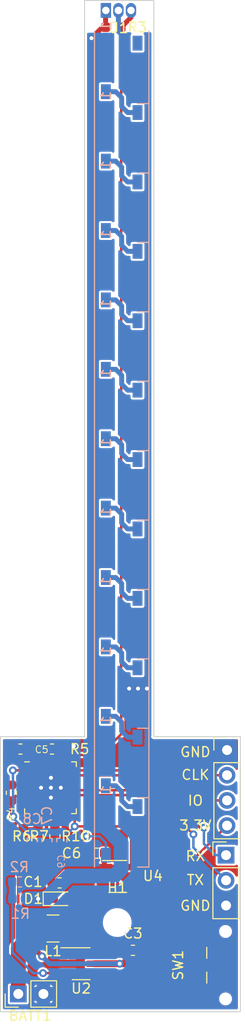
<source format=kicad_pcb>
(kicad_pcb (version 20171130) (host pcbnew "(5.1.5)-3")
  (layers (0 F.Cu signal) (1 In1.Cu signal) (2 In2.Cu signal) (31 B.Cu signal) (34 B.Paste user) (35 F.Paste user) (36 B.SilkS user) (37 F.SilkS user) (38 B.Mask user) (39 F.Mask user) (44 Edge.Cuts user))
  (net 0 "")
  (net 1 GND)
  (net 2 BATT)
  (net 3 +5V)
  (net 4 "Net-(C5-Pad1)")
  (net 5 +3V3)
  (net 6 "Net-(D1-Pad2)")
  (net 7 "Net-(SW1-Pad1)")
  (net 8 SWDCLK)
  (net 9 SWDIO)
  (net 10 "Net-(D4-Pad2)")
  (net 11 "Net-(D4-Pad4)")
  (net 12 "Net-(D5-Pad2)")
  (net 13 "Net-(D6-Pad2)")
  (net 14 "Net-(D7-Pad2)")
  (net 15 "Net-(D10-Pad4)")
  (net 16 "Net-(D10-Pad2)")
  (net 17 "Net-(D11-Pad2)")
  (net 18 "Net-(D12-Pad2)")
  (net 19 "Net-(D13-Pad2)")
  (net 20 "Net-(D14-Pad2)")
  (net 21 "Net-(D15-Pad2)")
  (net 22 DIN)
  (net 23 RX)
  (net 24 TX)
  (net 25 "Net-(D8-Pad2)")
  (net 26 "Net-(R1-Pad2)")
  (net 27 "Net-(R5-Pad1)")
  (net 28 "Net-(R3-Pad2)")
  (net 29 "Net-(R6-Pad2)")
  (net 30 "Net-(U3-Pad32)")
  (net 31 "Net-(U3-Pad30)")
  (net 32 "Net-(U3-Pad29)")
  (net 33 "Net-(U3-Pad28)")
  (net 34 "Net-(U3-Pad27)")
  (net 35 "Net-(U3-Pad25)")
  (net 36 "Net-(U3-Pad22)")
  (net 37 "Net-(U3-Pad21)")
  (net 38 "Net-(U3-Pad18)")
  (net 39 "Net-(U3-Pad16)")
  (net 40 "Net-(U3-Pad15)")
  (net 41 "Net-(U3-Pad14)")
  (net 42 "Net-(U3-Pad13)")
  (net 43 "Net-(U3-Pad11)")
  (net 44 "Net-(U3-Pad9)")
  (net 45 "Net-(U3-Pad8)")
  (net 46 "Net-(U3-Pad7)")
  (net 47 "Net-(U3-Pad6)")
  (net 48 "Net-(U4-Pad4)")
  (net 49 "Net-(U3-Pad3)")
  (net 50 "Net-(U3-Pad2)")
  (net 51 "Net-(SW1-Pad2)")
  (module LED_SMD:LED_WS2812B_PLCC4_5.0x5.0mm_P3.2mm (layer B.Cu) (at 45.25 164.75 270)
    (fp_text reference D4 hide)
    (fp_text value WS2812B hide)
    (fp_line (start 3.65 -2.75) (end 3.65 -1.6) (layer B.SilkS) (width 0.12))
    (fp_line (start -3.65 -2.75) (end 3.65 -2.75) (layer B.SilkS) (width 0.12))
    (fp_line (start -3.65 2.75) (end 3.65 2.75) (layer B.SilkS) (width 0.12))
    (fp_text user 1 (at -4.15 1.6 270) (layer B.SilkS) (effects (justify mirror)))
    (pad 1 smd rect (at -2.45 1.6 270) (size 1.5 1) (layers B.Cu B.Paste B.Mask) (net 3 +5V))
    (pad 2 smd rect (at -2.45 -1.6 270) (size 1.5 1) (layers B.Cu B.Paste B.Mask) (net 10 "Net-(D4-Pad2)"))
    (pad 4 smd rect (at 2.45 1.6 270) (size 1.5 1) (layers B.Cu B.Paste B.Mask) (net 11 "Net-(D4-Pad4)"))
    (pad 3 smd rect (at 2.45 -1.6 270) (size 1.5 1) (layers B.Cu B.Paste B.Mask) (net 1 GND))
  )
  (module Inductor_SMD:L_1210_3225Metric_Pad1.42x2.65mm_HandSolder (layer F.Cu) (at 38.3125 174.6 180)
    (fp_text reference L1 (at 0 -2.28) (layer F.SilkS))
    (fp_text value L)
    (fp_line (start -0.602064 1.36) (end 0.602064 1.36) (layer F.SilkS) (width 0.12))
    (fp_line (start -0.602064 -1.36) (end 0.602064 -1.36) (layer F.SilkS) (width 0.12))
    (pad 2 smd roundrect (at 1.4875 0 180) (size 1.425 2.65) (layers F.Cu F.Paste F.Mask) (roundrect_rratio 0.175439) (net 2 BATT))
    (pad 1 smd roundrect (at -1.4875 0 180) (size 1.425 2.65) (layers F.Cu F.Paste F.Mask) (roundrect_rratio 0.175439) (net 6 "Net-(D1-Pad2)"))
  )
  (module Package_TO_SOT_SMD:SOT-23-6_Handsoldering (layer F.Cu) (at 41.15 178.15)
    (fp_text reference U2 (at 0 2.5 180) (layer F.SilkS))
    (fp_text value MT3608)
    (fp_line (start -0.9 1.61) (end 0.9 1.61) (layer F.SilkS) (width 0.12))
    (fp_line (start 0.9 -1.61) (end -2.05 -1.61) (layer F.SilkS) (width 0.12))
    (pad 1 smd rect (at -1.35 -0.95) (size 1.56 0.65) (layers F.Cu F.Paste F.Mask) (net 6 "Net-(D1-Pad2)"))
    (pad 2 smd rect (at -1.35 0) (size 1.56 0.65) (layers F.Cu F.Paste F.Mask) (net 1 GND))
    (pad 3 smd rect (at -1.35 0.95) (size 1.56 0.65) (layers F.Cu F.Paste F.Mask) (net 26 "Net-(R1-Pad2)"))
    (pad 4 smd rect (at 1.35 0.95) (size 1.56 0.65) (layers F.Cu F.Paste F.Mask) (net 51 "Net-(SW1-Pad2)"))
    (pad 6 smd rect (at 1.35 -0.95) (size 1.56 0.65) (layers F.Cu F.Paste F.Mask))
    (pad 5 smd rect (at 1.35 0) (size 1.56 0.65) (layers F.Cu F.Paste F.Mask) (net 2 BATT))
  )
  (module MountingHole:MountingHole_2.5mm (layer F.Cu) (at 44.8 174)
    (fp_text reference H1 (at 0 -3.5) (layer F.SilkS))
    (fp_text value MountingHole)
    (pad 1 np_thru_hole circle (at 0 0) (size 2.5 2.5) (drill 2.5) (layers *.Cu *.Mask))
  )
  (module Resistor_SMD:R_0603_1608Metric (layer F.Cu) (at 38.2125 156.5)
    (fp_text reference R5 (at 2.7875 0) (layer F.SilkS))
    (fp_text value 10K)
    (fp_line (start -0.162779 -0.51) (end 0.162779 -0.51) (layer F.SilkS) (width 0.12))
    (fp_line (start -0.162779 0.51) (end 0.162779 0.51) (layer F.SilkS) (width 0.12))
    (pad 1 smd roundrect (at -0.7875 0) (size 0.875 0.95) (layers F.Cu F.Paste F.Mask) (net 27 "Net-(R5-Pad1)"))
    (pad 2 smd roundrect (at 0.7875 0) (size 0.875 0.95) (layers F.Cu F.Paste F.Mask) (net 1 GND))
  )
  (module Button_Switch_SMD:SW_SPDT_CK-JS102011SAQN (layer F.Cu) (at 55.75 178.3 90)
    (fp_text reference SW1 (at 0 -4.8 270) (layer F.SilkS))
    (fp_text value SW_SPDT)
    (fp_line (start 1.8 -1.9) (end 0.7 -1.9) (layer F.SilkS) (width 0.12))
    (fp_line (start 0.7 -1.9) (end 0.7 -1.9) (layer F.SilkS) (width 0.12))
    (fp_line (start -0.7 -1.9) (end -1.8 -1.9) (layer F.SilkS) (width 0.12))
    (fp_line (start -1.8 -1.9) (end -1.8 -1.9) (layer F.SilkS) (width 0.12))
    (pad 1 smd rect (at -2.5 -2.75 90) (size 1.25 2.5) (layers F.Cu F.Paste F.Mask) (net 7 "Net-(SW1-Pad1)"))
    (pad 2 smd rect (at 0 -2.75 90) (size 1.25 2.5) (layers F.Cu F.Paste F.Mask) (net 51 "Net-(SW1-Pad2)"))
    (pad 3 smd rect (at 2.5 -2.75 90) (size 1.25 2.5) (layers F.Cu F.Paste F.Mask) (net 2 BATT))
    (pad "" np_thru_hole circle (at -3.4 0 90) (size 0.9 0.9) (drill 0.9) (layers *.Cu *.Mask))
    (pad "" np_thru_hole circle (at 3.4 0 90) (size 0.9 0.9) (drill 0.9) (layers *.Cu *.Mask))
  )
  (module Connector_PinHeader_2.54mm:PinHeader_1x04_P2.54mm_Vertical (layer F.Cu) (at 55.9 156.6)
    (fp_text reference SWD1 hide)
    (fp_text value Conn_01x04_Male hide)
    (fp_line (start -1.33 -1.33) (end 0 -1.33) (layer F.SilkS) (width 0.12))
    (fp_line (start -1.33 0) (end -1.33 -1.33) (layer F.SilkS) (width 0.12))
    (fp_line (start -1.33 1.27) (end 1.33 1.27) (layer F.SilkS) (width 0.12))
    (fp_line (start 1.33 1.27) (end 1.33 8.95) (layer F.SilkS) (width 0.12))
    (fp_line (start -1.33 1.27) (end -1.33 8.95) (layer F.SilkS) (width 0.12))
    (fp_line (start -1.33 8.95) (end 1.33 8.95) (layer F.SilkS) (width 0.12))
    (pad 4 thru_hole oval (at 0 7.62) (size 1.7 1.7) (drill 1) (layers *.Cu *.Mask) (net 5 +3V3))
    (pad 3 thru_hole oval (at 0 5.08) (size 1.7 1.7) (drill 1) (layers *.Cu *.Mask) (net 9 SWDIO))
    (pad 2 thru_hole oval (at 0 2.54) (size 1.7 1.7) (drill 1) (layers *.Cu *.Mask) (net 8 SWDCLK))
    (pad 1 thru_hole rect (at 0 0) (size 1.7 1.7) (drill 1) (layers *.Cu *.Mask) (net 1 GND))
  )
  (module Connector_PinHeader_2.54mm:PinHeader_1x03_P2.54mm_Vertical (layer F.Cu) (at 55.8 167.2)
    (fp_text reference UART1 hide)
    (fp_text value Conn_01x03_Male hide)
    (fp_line (start -1.33 -1.33) (end 0 -1.33) (layer F.SilkS) (width 0.12))
    (fp_line (start -1.33 0) (end -1.33 -1.33) (layer F.SilkS) (width 0.12))
    (fp_line (start -1.33 1.27) (end 1.33 1.27) (layer F.SilkS) (width 0.12))
    (fp_line (start 1.33 1.27) (end 1.33 6.41) (layer F.SilkS) (width 0.12))
    (fp_line (start -1.33 1.27) (end -1.33 6.41) (layer F.SilkS) (width 0.12))
    (fp_line (start -1.33 6.41) (end 1.33 6.41) (layer F.SilkS) (width 0.12))
    (pad 3 thru_hole oval (at 0 5.08) (size 1.7 1.7) (drill 1) (layers *.Cu *.Mask) (net 1 GND))
    (pad 2 thru_hole oval (at 0 2.54) (size 1.7 1.7) (drill 1) (layers *.Cu *.Mask) (net 24 TX))
    (pad 1 thru_hole rect (at 0 0) (size 1.7 1.7) (drill 1) (layers *.Cu *.Mask) (net 23 RX))
  )
  (module Package_TO_SOT_SMD:SOT-23-5_HandSoldering (layer F.Cu) (at 44.85 169.35)
    (fp_text reference U4 (at 3.55 -0.05) (layer F.SilkS))
    (fp_text value SP6203)
    (fp_line (start 0.9 -1.61) (end -1.55 -1.61) (layer F.SilkS) (width 0.12))
    (fp_line (start -0.9 1.61) (end 0.9 1.61) (layer F.SilkS) (width 0.12))
    (pad 5 smd rect (at 1.35 -0.95) (size 1.56 0.65) (layers F.Cu F.Paste F.Mask) (net 5 +3V3))
    (pad 4 smd rect (at 1.35 0.95) (size 1.56 0.65) (layers F.Cu F.Paste F.Mask) (net 48 "Net-(U4-Pad4)"))
    (pad 3 smd rect (at -1.35 0.95) (size 1.56 0.65) (layers F.Cu F.Paste F.Mask) (net 3 +5V))
    (pad 2 smd rect (at -1.35 0) (size 1.56 0.65) (layers F.Cu F.Paste F.Mask) (net 1 GND))
    (pad 1 smd rect (at -1.35 -0.95) (size 1.56 0.65) (layers F.Cu F.Paste F.Mask) (net 3 +5V))
  )
  (module Package_DFN_QFN:QFN-32-1EP_5x5mm_P0.5mm_EP3.45x3.45mm (layer F.Cu) (at 38.05 160.4)
    (fp_text reference U3 hide)
    (fp_text value STM32F051K6Ux hide)
    (fp_line (start -2.135 -2.61) (end -2.61 -2.61) (layer F.SilkS) (width 0.12))
    (fp_line (start 2.61 2.61) (end 2.61 2.135) (layer F.SilkS) (width 0.12))
    (fp_line (start 2.135 2.61) (end 2.61 2.61) (layer F.SilkS) (width 0.12))
    (fp_line (start -2.61 2.61) (end -2.61 2.135) (layer F.SilkS) (width 0.12))
    (fp_line (start -2.135 2.61) (end -2.61 2.61) (layer F.SilkS) (width 0.12))
    (fp_line (start 2.61 -2.61) (end 2.61 -2.135) (layer F.SilkS) (width 0.12))
    (fp_line (start 2.135 -2.61) (end 2.61 -2.61) (layer F.SilkS) (width 0.12))
    (pad 32 smd roundrect (at -1.75 -2.4375) (size 0.25 0.875) (layers F.Cu F.Paste F.Mask) (net 30 "Net-(U3-Pad32)"))
    (pad 31 smd roundrect (at -1.25 -2.4375) (size 0.25 0.875) (layers F.Cu F.Paste F.Mask) (net 27 "Net-(R5-Pad1)"))
    (pad 30 smd roundrect (at -0.75 -2.4375) (size 0.25 0.875) (layers F.Cu F.Paste F.Mask) (net 31 "Net-(U3-Pad30)"))
    (pad 29 smd roundrect (at -0.25 -2.4375) (size 0.25 0.875) (layers F.Cu F.Paste F.Mask) (net 32 "Net-(U3-Pad29)"))
    (pad 28 smd roundrect (at 0.25 -2.4375) (size 0.25 0.875) (layers F.Cu F.Paste F.Mask) (net 33 "Net-(U3-Pad28)"))
    (pad 27 smd roundrect (at 0.75 -2.4375) (size 0.25 0.875) (layers F.Cu F.Paste F.Mask) (net 34 "Net-(U3-Pad27)"))
    (pad 26 smd roundrect (at 1.25 -2.4375) (size 0.25 0.875) (layers F.Cu F.Paste F.Mask) (net 28 "Net-(R3-Pad2)"))
    (pad 25 smd roundrect (at 1.75 -2.4375) (size 0.25 0.875) (layers F.Cu F.Paste F.Mask) (net 35 "Net-(U3-Pad25)"))
    (pad 24 smd roundrect (at 2.4375 -1.75) (size 0.875 0.25) (layers F.Cu F.Paste F.Mask) (net 8 SWDCLK))
    (pad 23 smd roundrect (at 2.4375 -1.25) (size 0.875 0.25) (layers F.Cu F.Paste F.Mask) (net 9 SWDIO))
    (pad 22 smd roundrect (at 2.4375 -0.75) (size 0.875 0.25) (layers F.Cu F.Paste F.Mask) (net 36 "Net-(U3-Pad22)"))
    (pad 21 smd roundrect (at 2.4375 -0.25) (size 0.875 0.25) (layers F.Cu F.Paste F.Mask) (net 37 "Net-(U3-Pad21)"))
    (pad 20 smd roundrect (at 2.4375 0.25) (size 0.875 0.25) (layers F.Cu F.Paste F.Mask) (net 23 RX))
    (pad 19 smd roundrect (at 2.4375 0.75) (size 0.875 0.25) (layers F.Cu F.Paste F.Mask) (net 24 TX))
    (pad 18 smd roundrect (at 2.4375 1.25) (size 0.875 0.25) (layers F.Cu F.Paste F.Mask) (net 38 "Net-(U3-Pad18)"))
    (pad 17 smd roundrect (at 2.4375 1.75) (size 0.875 0.25) (layers F.Cu F.Paste F.Mask) (net 5 +3V3))
    (pad 16 smd roundrect (at 1.75 2.4375) (size 0.25 0.875) (layers F.Cu F.Paste F.Mask) (net 39 "Net-(U3-Pad16)"))
    (pad 15 smd roundrect (at 1.25 2.4375) (size 0.25 0.875) (layers F.Cu F.Paste F.Mask) (net 40 "Net-(U3-Pad15)"))
    (pad 14 smd roundrect (at 0.75 2.4375) (size 0.25 0.875) (layers F.Cu F.Paste F.Mask) (net 41 "Net-(U3-Pad14)"))
    (pad 13 smd roundrect (at 0.25 2.4375) (size 0.25 0.875) (layers F.Cu F.Paste F.Mask) (net 42 "Net-(U3-Pad13)"))
    (pad 12 smd roundrect (at -0.25 2.4375) (size 0.25 0.875) (layers F.Cu F.Paste F.Mask) (net 22 DIN))
    (pad 11 smd roundrect (at -0.75 2.4375) (size 0.25 0.875) (layers F.Cu F.Paste F.Mask) (net 43 "Net-(U3-Pad11)"))
    (pad 10 smd roundrect (at -1.25 2.4375) (size 0.25 0.875) (layers F.Cu F.Paste F.Mask) (net 29 "Net-(R6-Pad2)"))
    (pad 9 smd roundrect (at -1.75 2.4375) (size 0.25 0.875) (layers F.Cu F.Paste F.Mask) (net 44 "Net-(U3-Pad9)"))
    (pad 8 smd roundrect (at -2.4375 1.75) (size 0.875 0.25) (layers F.Cu F.Paste F.Mask) (net 45 "Net-(U3-Pad8)"))
    (pad 7 smd roundrect (at -2.4375 1.25) (size 0.875 0.25) (layers F.Cu F.Paste F.Mask) (net 46 "Net-(U3-Pad7)"))
    (pad 6 smd roundrect (at -2.4375 0.75) (size 0.875 0.25) (layers F.Cu F.Paste F.Mask) (net 47 "Net-(U3-Pad6)"))
    (pad 5 smd roundrect (at -2.4375 0.25) (size 0.875 0.25) (layers F.Cu F.Paste F.Mask) (net 5 +3V3))
    (pad 4 smd roundrect (at -2.4375 -0.25) (size 0.875 0.25) (layers F.Cu F.Paste F.Mask) (net 4 "Net-(C5-Pad1)"))
    (pad 3 smd roundrect (at -2.4375 -0.75) (size 0.875 0.25) (layers F.Cu F.Paste F.Mask) (net 49 "Net-(U3-Pad3)"))
    (pad 2 smd roundrect (at -2.4375 -1.25) (size 0.875 0.25) (layers F.Cu F.Paste F.Mask) (net 50 "Net-(U3-Pad2)"))
    (pad 1 smd roundrect (at -2.4375 -1.75) (size 0.875 0.25) (layers F.Cu F.Paste F.Mask) (net 5 +3V3))
    (pad 33 smd roundrect (at 0 0) (size 3.45 3.45) (layers F.Cu F.Mask) (roundrect_rratio 0.072464) (net 1 GND))
  )
  (module Resistor_SMD:R_0603_1608Metric (layer F.Cu) (at 38.5 165.3 90)
    (fp_text reference R10 (at 0.0125 2.1 180) (layer F.SilkS))
    (fp_text value 470R)
    (fp_line (start -0.162779 0.51) (end 0.162779 0.51) (layer F.SilkS) (width 0.12))
    (fp_line (start -0.162779 -0.51) (end 0.162779 -0.51) (layer F.SilkS) (width 0.12))
    (pad 2 smd roundrect (at 0.7875 0 90) (size 0.875 0.95) (layers F.Cu F.Paste F.Mask) (net 22 DIN))
    (pad 1 smd roundrect (at -0.7875 0 90) (size 0.875 0.95) (layers F.Cu F.Paste F.Mask) (net 11 "Net-(D4-Pad4)"))
  )
  (module Resistor_SMD:R_0603_1608Metric (layer F.Cu) (at 35.3 165.2875 270)
    (fp_text reference R7 (at 0 -1.6 180) (layer F.SilkS))
    (fp_text value ~)
    (fp_line (start -0.162779 -0.51) (end 0.162779 -0.51) (layer F.SilkS) (width 0.12))
    (fp_line (start -0.162779 0.51) (end 0.162779 0.51) (layer F.SilkS) (width 0.12))
    (pad 1 smd roundrect (at -0.7875 0 270) (size 0.875 0.95) (layers F.Cu F.Paste F.Mask) (net 29 "Net-(R6-Pad2)"))
    (pad 2 smd roundrect (at 0.7875 0 270) (size 0.875 0.95) (layers F.Cu F.Paste F.Mask) (net 1 GND))
  )
  (module Resistor_SMD:R_0603_1608Metric (layer F.Cu) (at 36.8 165.2875 90)
    (fp_text reference R6 (at -0.0125 -1.65 180) (layer F.SilkS))
    (fp_text value ~)
    (fp_line (start -0.162779 0.51) (end 0.162779 0.51) (layer F.SilkS) (width 0.12))
    (fp_line (start -0.162779 -0.51) (end 0.162779 -0.51) (layer F.SilkS) (width 0.12))
    (pad 2 smd roundrect (at 0.7875 0 90) (size 0.875 0.95) (layers F.Cu F.Paste F.Mask) (net 29 "Net-(R6-Pad2)"))
    (pad 1 smd roundrect (at -0.7875 0 90) (size 0.875 0.95) (layers F.Cu F.Paste F.Mask) (net 2 BATT))
  )
  (module Resistor_SMD:R_0603_1608Metric (layer F.Cu) (at 34.1 160.9125 270)
    (fp_text reference R4 (at 2.1125 0.05 270) (layer F.SilkS) (effects (font (size 0.7 0.7) (thickness 0.1))))
    (fp_text value 10K)
    (fp_line (start -0.162779 -0.51) (end 0.162779 -0.51) (layer F.SilkS) (width 0.12))
    (fp_line (start -0.162779 0.51) (end 0.162779 0.51) (layer F.SilkS) (width 0.12))
    (pad 1 smd roundrect (at -0.7875 0 270) (size 0.875 0.95) (layers F.Cu F.Paste F.Mask) (net 4 "Net-(C5-Pad1)"))
    (pad 2 smd roundrect (at 0.7875 0 270) (size 0.875 0.95) (layers F.Cu F.Paste F.Mask) (net 5 +3V3))
  )
  (module Resistor_SMD:R_0603_1608Metric (layer B.Cu) (at 34.9625 169.9)
    (fp_text reference R2 (at -0.0625 -1.5) (layer B.SilkS) (effects (justify mirror)))
    (fp_text value ~)
    (fp_line (start -0.162779 -0.51) (end 0.162779 -0.51) (layer B.SilkS) (width 0.12))
    (fp_line (start -0.162779 0.51) (end 0.162779 0.51) (layer B.SilkS) (width 0.12))
    (pad 2 smd roundrect (at 0.7875 0) (size 0.875 0.95) (layers B.Cu B.Paste B.Mask) (net 1 GND))
    (pad 1 smd roundrect (at -0.7875 0) (size 0.875 0.95) (layers B.Cu B.Paste B.Mask) (net 26 "Net-(R1-Pad2)"))
  )
  (module Resistor_SMD:R_0603_1608Metric (layer B.Cu) (at 34.9875 171.6 180)
    (fp_text reference R1 (at -0.0125 -1.5) (layer B.SilkS) (effects (justify mirror)))
    (fp_text value ~)
    (fp_line (start -0.162779 -0.51) (end 0.162779 -0.51) (layer B.SilkS) (width 0.12))
    (fp_line (start -0.162779 0.51) (end 0.162779 0.51) (layer B.SilkS) (width 0.12))
    (pad 2 smd roundrect (at 0.7875 0 180) (size 0.875 0.95) (layers B.Cu B.Paste B.Mask) (net 26 "Net-(R1-Pad2)"))
    (pad 1 smd roundrect (at -0.7875 0 180) (size 0.875 0.95) (layers B.Cu B.Paste B.Mask) (net 3 +5V))
  )
  (module Diode_SMD:D_0603_1608Metric_Castellated (layer F.Cu) (at 39 171.6)
    (fp_text reference D1 (at -2.6875 0) (layer F.SilkS))
    (fp_text value D_Schottky)
    (fp_line (start -1.685 0.685) (end 0.8 0.685) (layer F.SilkS) (width 0.12))
    (fp_line (start -1.685 -0.685) (end -1.685 0.685) (layer F.SilkS) (width 0.12))
    (fp_line (start 0.8 -0.685) (end -1.685 -0.685) (layer F.SilkS) (width 0.12))
    (pad 2 smd roundrect (at 0.8125 0) (size 1.225 0.85) (layers F.Cu F.Paste F.Mask) (net 6 "Net-(D1-Pad2)"))
    (pad 1 smd roundrect (at -0.8125 0) (size 1.225 0.85) (layers F.Cu F.Paste F.Mask) (net 3 +5V))
  )
  (module Capacitor_SMD:C_0603_1608Metric (layer B.Cu) (at 39.2 165.6875 270)
    (fp_text reference C9 (at 2.15 0.05 90) (layer B.SilkS) (effects (font (size 0.7 0.7) (thickness 0.1)) (justify mirror)))
    (fp_text value 100n)
    (fp_line (start -0.162779 -0.51) (end 0.162779 -0.51) (layer B.SilkS) (width 0.12))
    (fp_line (start -0.162779 0.51) (end 0.162779 0.51) (layer B.SilkS) (width 0.12))
    (pad 2 smd roundrect (at 0.7875 0 270) (size 0.875 0.95) (layers B.Cu B.Paste B.Mask) (net 1 GND))
    (pad 1 smd roundrect (at -0.7875 0 270) (size 0.875 0.95) (layers B.Cu B.Paste B.Mask) (net 5 +3V3))
  )
  (module Capacitor_SMD:C_0603_1608Metric (layer B.Cu) (at 36.2 165.6875 270)
    (fp_text reference C8 (at -2.1375 0) (layer B.SilkS) (effects (justify mirror)))
    (fp_text value 100n)
    (fp_line (start -0.162779 -0.51) (end 0.162779 -0.51) (layer B.SilkS) (width 0.12))
    (fp_line (start -0.162779 0.51) (end 0.162779 0.51) (layer B.SilkS) (width 0.12))
    (pad 2 smd roundrect (at 0.7875 0 270) (size 0.875 0.95) (layers B.Cu B.Paste B.Mask) (net 1 GND))
    (pad 1 smd roundrect (at -0.7875 0 270) (size 0.875 0.95) (layers B.Cu B.Paste B.Mask) (net 5 +3V3))
  )
  (module Capacitor_SMD:C_0603_1608Metric (layer B.Cu) (at 37.7 165.7 270)
    (fp_text reference C7 (at -2.4875 0 90) (layer B.SilkS) (effects (justify mirror)))
    (fp_text value 100n)
    (fp_line (start -0.162779 0.51) (end 0.162779 0.51) (layer B.SilkS) (width 0.12))
    (fp_line (start -0.162779 -0.51) (end 0.162779 -0.51) (layer B.SilkS) (width 0.12))
    (pad 1 smd roundrect (at -0.7875 0 270) (size 0.875 0.95) (layers B.Cu B.Paste B.Mask) (net 5 +3V3))
    (pad 2 smd roundrect (at 0.7875 0 270) (size 0.875 0.95) (layers B.Cu B.Paste B.Mask) (net 1 GND))
  )
  (module Capacitor_SMD:C_0603_1608Metric (layer F.Cu) (at 42.7 167 180)
    (fp_text reference C6 (at 2.517501 0) (layer F.SilkS))
    (fp_text value 22u)
    (fp_line (start -0.162779 0.51) (end 0.162779 0.51) (layer F.SilkS) (width 0.12))
    (fp_line (start -0.162779 -0.51) (end 0.162779 -0.51) (layer F.SilkS) (width 0.12))
    (pad 2 smd roundrect (at 0.7875 0 180) (size 0.875 0.95) (layers F.Cu F.Paste F.Mask) (net 1 GND))
    (pad 1 smd roundrect (at -0.7875 0 180) (size 0.875 0.95) (layers F.Cu F.Paste F.Mask) (net 3 +5V))
  )
  (module Capacitor_SMD:C_0603_1608Metric (layer F.Cu) (at 35.0125 156.5)
    (fp_text reference C5 (at 2.15 0.05 180) (layer F.SilkS) (effects (font (size 0.7 0.7) (thickness 0.1))))
    (fp_text value 100n)
    (fp_line (start -0.162779 -0.51) (end 0.162779 -0.51) (layer F.SilkS) (width 0.12))
    (fp_line (start -0.162779 0.51) (end 0.162779 0.51) (layer F.SilkS) (width 0.12))
    (pad 1 smd roundrect (at -0.7875 0) (size 0.875 0.95) (layers F.Cu F.Paste F.Mask) (net 4 "Net-(C5-Pad1)"))
    (pad 2 smd roundrect (at 0.7875 0) (size 0.875 0.95) (layers F.Cu F.Paste F.Mask) (net 1 GND))
  )
  (module Capacitor_SMD:C_0603_1608Metric (layer F.Cu) (at 46.3875 176.8)
    (fp_text reference C3 (at 0 -1.7) (layer F.SilkS))
    (fp_text value 22u)
    (fp_line (start -0.162779 0.51) (end 0.162779 0.51) (layer F.SilkS) (width 0.12))
    (fp_line (start -0.162779 -0.51) (end 0.162779 -0.51) (layer F.SilkS) (width 0.12))
    (pad 2 smd roundrect (at 0.7875 0) (size 0.875 0.95) (layers F.Cu F.Paste F.Mask) (net 1 GND))
    (pad 1 smd roundrect (at -0.7875 0) (size 0.875 0.95) (layers F.Cu F.Paste F.Mask) (net 2 BATT))
  )
  (module Capacitor_SMD:C_0603_1608Metric (layer F.Cu) (at 38.975 170)
    (fp_text reference C1 (at -2.6875 -0.1) (layer F.SilkS))
    (fp_text value 22u)
    (fp_line (start -0.162779 0.51) (end 0.162779 0.51) (layer F.SilkS) (width 0.12))
    (fp_line (start -0.162779 -0.51) (end 0.162779 -0.51) (layer F.SilkS) (width 0.12))
    (pad 2 smd roundrect (at 0.7875 0) (size 0.875 0.95) (layers F.Cu F.Paste F.Mask) (net 1 GND))
    (pad 1 smd roundrect (at -0.7875 0) (size 0.875 0.95) (layers F.Cu F.Paste F.Mask) (net 3 +5V))
  )
  (module Connector_PinHeader_2.54mm:PinHeader_1x02_P2.54mm_Vertical (layer F.Cu) (at 34.8 181.2 90)
    (fp_text reference BATT1 (at -2.2 1.2 -180) (layer F.SilkS))
    (fp_text value Conn_01x02_Male)
    (fp_line (start -1.33 -1.33) (end 0 -1.33) (layer F.SilkS) (width 0.12))
    (fp_line (start -1.33 0) (end -1.33 -1.33) (layer F.SilkS) (width 0.12))
    (fp_line (start -1.33 1.27) (end 1.33 1.27) (layer F.SilkS) (width 0.12))
    (fp_line (start 1.33 1.27) (end 1.33 3.87) (layer F.SilkS) (width 0.12))
    (fp_line (start -1.33 1.27) (end -1.33 3.87) (layer F.SilkS) (width 0.12))
    (fp_line (start -1.33 3.87) (end 1.33 3.87) (layer F.SilkS) (width 0.12))
    (pad 2 thru_hole oval (at 0 2.54 90) (size 1.7 1.7) (drill 1) (layers *.Cu *.Mask) (net 1 GND) (thermal_gap 0.35))
    (pad 1 thru_hole rect (at 0 0 90) (size 1.7 1.7) (drill 1) (layers *.Cu *.Mask) (net 2 BATT))
  )
  (module Package_TO_SOT_THT:TO-92_Inline_Horizontal2 (layer F.Cu) (at 43.65 82)
    (fp_text reference U1 (at 1.27 1.78) (layer F.SilkS))
    (fp_text value A3144E)
    (pad 1 thru_hole rect (at 0 0) (size 1.05 1.5) (drill 0.75) (layers *.Cu *.Mask) (net 3 +5V))
    (pad 3 thru_hole oval (at 2.54 0) (size 1.05 1.5) (drill 0.75) (layers *.Cu *.Mask) (net 28 "Net-(R3-Pad2)"))
    (pad 2 thru_hole oval (at 1.27 0) (size 1.05 1.5) (drill 0.75) (layers *.Cu *.Mask) (net 1 GND))
  )
  (module Resistor_SMD:R_0603_1608Metric (layer F.Cu) (at 44.4125 83.7)
    (fp_text reference R3 (at 2.4125 0) (layer F.SilkS))
    (fp_text value 1K)
    (fp_line (start -0.162779 0.51) (end 0.162779 0.51) (layer F.SilkS) (width 0.12))
    (fp_line (start -0.162779 -0.51) (end 0.162779 -0.51) (layer F.SilkS) (width 0.12))
    (pad 2 smd roundrect (at 0.7875 0) (size 0.875 0.95) (layers F.Cu F.Paste F.Mask) (net 28 "Net-(R3-Pad2)"))
    (pad 1 smd roundrect (at -0.7875 0) (size 0.875 0.95) (layers F.Cu F.Paste F.Mask) (net 3 +5V))
  )
  (module LED_SMD:LED_WS2812B_PLCC4_5.0x5.0mm_P3.2mm (layer B.Cu) (at 45.25 157.75 270)
    (fp_text reference D5 hide)
    (fp_text value WS2812B)
    (fp_line (start 3.65 -2.75) (end 3.65 -1.6) (layer B.SilkS) (width 0.12))
    (fp_line (start -3.65 -2.75) (end 3.65 -2.75) (layer B.SilkS) (width 0.12))
    (fp_line (start -3.65 2.75) (end 3.65 2.75) (layer B.SilkS) (width 0.12))
    (fp_text user 1 (at -4.15 1.6 90) (layer B.SilkS) (effects (justify mirror)))
    (pad 1 smd rect (at -2.45 1.6 270) (size 1.5 1) (layers B.Cu B.Paste B.Mask) (net 3 +5V))
    (pad 2 smd rect (at -2.45 -1.6 270) (size 1.5 1) (layers B.Cu B.Paste B.Mask) (net 12 "Net-(D5-Pad2)"))
    (pad 4 smd rect (at 2.45 1.6 270) (size 1.5 1) (layers B.Cu B.Paste B.Mask) (net 10 "Net-(D4-Pad2)"))
    (pad 3 smd rect (at 2.45 -1.6 270) (size 1.5 1) (layers B.Cu B.Paste B.Mask) (net 1 GND))
  )
  (module LED_SMD:LED_WS2812B_PLCC4_5.0x5.0mm_P3.2mm (layer B.Cu) (at 45.25 87.75 270)
    (fp_text reference D15 hide)
    (fp_text value WS2812B)
    (fp_line (start 3.65 -2.75) (end 3.65 -1.6) (layer B.SilkS) (width 0.12))
    (fp_line (start -3.65 -2.75) (end 3.65 -2.75) (layer B.SilkS) (width 0.12))
    (fp_line (start -3.65 2.75) (end 3.65 2.75) (layer B.SilkS) (width 0.12))
    (fp_text user 1 (at -4.15 1.6 90) (layer B.SilkS) (effects (justify mirror)))
    (pad 1 smd rect (at -2.45 1.6 270) (size 1.5 1) (layers B.Cu B.Paste B.Mask) (net 3 +5V))
    (pad 2 smd rect (at -2.45 -1.6 270) (size 1.5 1) (layers B.Cu B.Paste B.Mask) (net 21 "Net-(D15-Pad2)"))
    (pad 4 smd rect (at 2.45 1.6 270) (size 1.5 1) (layers B.Cu B.Paste B.Mask) (net 20 "Net-(D14-Pad2)"))
    (pad 3 smd rect (at 2.45 -1.6 270) (size 1.5 1) (layers B.Cu B.Paste B.Mask) (net 1 GND))
  )
  (module LED_SMD:LED_WS2812B_PLCC4_5.0x5.0mm_P3.2mm (layer B.Cu) (at 45.25 94.75 270)
    (fp_text reference D14 hide)
    (fp_text value WS2812B)
    (fp_line (start 3.65 -2.75) (end 3.65 -1.6) (layer B.SilkS) (width 0.12))
    (fp_line (start -3.65 -2.75) (end 3.65 -2.75) (layer B.SilkS) (width 0.12))
    (fp_line (start -3.65 2.75) (end 3.65 2.75) (layer B.SilkS) (width 0.12))
    (fp_text user 1 (at -4.15 1.6 90) (layer B.SilkS) (effects (justify mirror)))
    (pad 1 smd rect (at -2.45 1.6 270) (size 1.5 1) (layers B.Cu B.Paste B.Mask) (net 3 +5V))
    (pad 2 smd rect (at -2.45 -1.6 270) (size 1.5 1) (layers B.Cu B.Paste B.Mask) (net 20 "Net-(D14-Pad2)"))
    (pad 4 smd rect (at 2.45 1.6 270) (size 1.5 1) (layers B.Cu B.Paste B.Mask) (net 19 "Net-(D13-Pad2)"))
    (pad 3 smd rect (at 2.45 -1.6 270) (size 1.5 1) (layers B.Cu B.Paste B.Mask) (net 1 GND))
  )
  (module LED_SMD:LED_WS2812B_PLCC4_5.0x5.0mm_P3.2mm (layer B.Cu) (at 45.25 101.75 270)
    (fp_text reference D13 hide)
    (fp_text value WS2812B)
    (fp_line (start 3.65 -2.75) (end 3.65 -1.6) (layer B.SilkS) (width 0.12))
    (fp_line (start -3.65 -2.75) (end 3.65 -2.75) (layer B.SilkS) (width 0.12))
    (fp_line (start -3.65 2.75) (end 3.65 2.75) (layer B.SilkS) (width 0.12))
    (fp_text user 1 (at -4.15 1.6 90) (layer B.SilkS) (effects (justify mirror)))
    (pad 1 smd rect (at -2.45 1.6 270) (size 1.5 1) (layers B.Cu B.Paste B.Mask) (net 3 +5V))
    (pad 2 smd rect (at -2.45 -1.6 270) (size 1.5 1) (layers B.Cu B.Paste B.Mask) (net 19 "Net-(D13-Pad2)"))
    (pad 4 smd rect (at 2.45 1.6 270) (size 1.5 1) (layers B.Cu B.Paste B.Mask) (net 18 "Net-(D12-Pad2)"))
    (pad 3 smd rect (at 2.45 -1.6 270) (size 1.5 1) (layers B.Cu B.Paste B.Mask) (net 1 GND))
  )
  (module LED_SMD:LED_WS2812B_PLCC4_5.0x5.0mm_P3.2mm (layer B.Cu) (at 45.25 108.75 270)
    (fp_text reference D12 hide)
    (fp_text value WS2812B)
    (fp_line (start 3.65 -2.75) (end 3.65 -1.6) (layer B.SilkS) (width 0.12))
    (fp_line (start -3.65 -2.75) (end 3.65 -2.75) (layer B.SilkS) (width 0.12))
    (fp_line (start -3.65 2.75) (end 3.65 2.75) (layer B.SilkS) (width 0.12))
    (fp_text user 1 (at -4.15 1.6 90) (layer B.SilkS) (effects (justify mirror)))
    (pad 1 smd rect (at -2.45 1.6 270) (size 1.5 1) (layers B.Cu B.Paste B.Mask) (net 3 +5V))
    (pad 2 smd rect (at -2.45 -1.6 270) (size 1.5 1) (layers B.Cu B.Paste B.Mask) (net 18 "Net-(D12-Pad2)"))
    (pad 4 smd rect (at 2.45 1.6 270) (size 1.5 1) (layers B.Cu B.Paste B.Mask) (net 17 "Net-(D11-Pad2)"))
    (pad 3 smd rect (at 2.45 -1.6 270) (size 1.5 1) (layers B.Cu B.Paste B.Mask) (net 1 GND))
  )
  (module LED_SMD:LED_WS2812B_PLCC4_5.0x5.0mm_P3.2mm (layer B.Cu) (at 45.25 115.75 270)
    (fp_text reference D11 hide)
    (fp_text value WS2812B)
    (fp_line (start 3.65 -2.75) (end 3.65 -1.6) (layer B.SilkS) (width 0.12))
    (fp_line (start -3.65 -2.75) (end 3.65 -2.75) (layer B.SilkS) (width 0.12))
    (fp_line (start -3.65 2.75) (end 3.65 2.75) (layer B.SilkS) (width 0.12))
    (fp_text user 1 (at -4.15 1.6 90) (layer B.SilkS) (effects (justify mirror)))
    (pad 1 smd rect (at -2.45 1.6 270) (size 1.5 1) (layers B.Cu B.Paste B.Mask) (net 3 +5V))
    (pad 2 smd rect (at -2.45 -1.6 270) (size 1.5 1) (layers B.Cu B.Paste B.Mask) (net 17 "Net-(D11-Pad2)"))
    (pad 4 smd rect (at 2.45 1.6 270) (size 1.5 1) (layers B.Cu B.Paste B.Mask) (net 16 "Net-(D10-Pad2)"))
    (pad 3 smd rect (at 2.45 -1.6 270) (size 1.5 1) (layers B.Cu B.Paste B.Mask) (net 1 GND))
  )
  (module LED_SMD:LED_WS2812B_PLCC4_5.0x5.0mm_P3.2mm (layer B.Cu) (at 45.25 122.75 270)
    (fp_text reference D10 hide)
    (fp_text value WS2812B)
    (fp_line (start 3.65 -2.75) (end 3.65 -1.6) (layer B.SilkS) (width 0.12))
    (fp_line (start -3.65 -2.75) (end 3.65 -2.75) (layer B.SilkS) (width 0.12))
    (fp_line (start -3.65 2.75) (end 3.65 2.75) (layer B.SilkS) (width 0.12))
    (fp_text user 1 (at -4.15 1.6 90) (layer B.SilkS) (effects (justify mirror)))
    (pad 1 smd rect (at -2.45 1.6 270) (size 1.5 1) (layers B.Cu B.Paste B.Mask) (net 3 +5V))
    (pad 2 smd rect (at -2.45 -1.6 270) (size 1.5 1) (layers B.Cu B.Paste B.Mask) (net 16 "Net-(D10-Pad2)"))
    (pad 4 smd rect (at 2.45 1.6 270) (size 1.5 1) (layers B.Cu B.Paste B.Mask) (net 15 "Net-(D10-Pad4)"))
    (pad 3 smd rect (at 2.45 -1.6 270) (size 1.5 1) (layers B.Cu B.Paste B.Mask) (net 1 GND))
  )
  (module LED_SMD:LED_WS2812B_PLCC4_5.0x5.0mm_P3.2mm (layer B.Cu) (at 45.25 129.75 270)
    (fp_text reference D9 hide)
    (fp_text value WS2812B)
    (fp_line (start 3.65 -2.75) (end 3.65 -1.6) (layer B.SilkS) (width 0.12))
    (fp_line (start -3.65 -2.75) (end 3.65 -2.75) (layer B.SilkS) (width 0.12))
    (fp_line (start -3.65 2.75) (end 3.65 2.75) (layer B.SilkS) (width 0.12))
    (fp_text user 1 (at -4.15 1.6 90) (layer B.SilkS) (effects (justify mirror)))
    (pad 1 smd rect (at -2.45 1.6 270) (size 1.5 1) (layers B.Cu B.Paste B.Mask) (net 3 +5V))
    (pad 2 smd rect (at -2.45 -1.6 270) (size 1.5 1) (layers B.Cu B.Paste B.Mask) (net 15 "Net-(D10-Pad4)"))
    (pad 4 smd rect (at 2.45 1.6 270) (size 1.5 1) (layers B.Cu B.Paste B.Mask) (net 25 "Net-(D8-Pad2)"))
    (pad 3 smd rect (at 2.45 -1.6 270) (size 1.5 1) (layers B.Cu B.Paste B.Mask) (net 1 GND))
  )
  (module LED_SMD:LED_WS2812B_PLCC4_5.0x5.0mm_P3.2mm (layer B.Cu) (at 45.25 143.75 270)
    (fp_text reference D7 hide)
    (fp_text value WS2812B)
    (fp_line (start 3.65 -2.75) (end 3.65 -1.6) (layer B.SilkS) (width 0.12))
    (fp_line (start -3.65 -2.75) (end 3.65 -2.75) (layer B.SilkS) (width 0.12))
    (fp_line (start -3.65 2.75) (end 3.65 2.75) (layer B.SilkS) (width 0.12))
    (fp_text user 1 (at -4.15 1.6 90) (layer B.SilkS) (effects (justify mirror)))
    (pad 1 smd rect (at -2.45 1.6 270) (size 1.5 1) (layers B.Cu B.Paste B.Mask) (net 3 +5V))
    (pad 2 smd rect (at -2.45 -1.6 270) (size 1.5 1) (layers B.Cu B.Paste B.Mask) (net 14 "Net-(D7-Pad2)"))
    (pad 4 smd rect (at 2.45 1.6 270) (size 1.5 1) (layers B.Cu B.Paste B.Mask) (net 13 "Net-(D6-Pad2)"))
    (pad 3 smd rect (at 2.45 -1.6 270) (size 1.5 1) (layers B.Cu B.Paste B.Mask) (net 1 GND))
  )
  (module LED_SMD:LED_WS2812B_PLCC4_5.0x5.0mm_P3.2mm (layer B.Cu) (at 45.25 150.75 270)
    (fp_text reference D6 hide)
    (fp_text value WS2812B)
    (fp_line (start 3.65 -2.75) (end 3.65 -1.6) (layer B.SilkS) (width 0.12))
    (fp_line (start -3.65 -2.75) (end 3.65 -2.75) (layer B.SilkS) (width 0.12))
    (fp_line (start -3.65 2.75) (end 3.65 2.75) (layer B.SilkS) (width 0.12))
    (fp_text user 1 (at -4.15 1.6 90) (layer B.SilkS) (effects (justify mirror)))
    (pad 1 smd rect (at -2.45 1.6 270) (size 1.5 1) (layers B.Cu B.Paste B.Mask) (net 3 +5V))
    (pad 2 smd rect (at -2.45 -1.6 270) (size 1.5 1) (layers B.Cu B.Paste B.Mask) (net 13 "Net-(D6-Pad2)"))
    (pad 4 smd rect (at 2.45 1.6 270) (size 1.5 1) (layers B.Cu B.Paste B.Mask) (net 12 "Net-(D5-Pad2)"))
    (pad 3 smd rect (at 2.45 -1.6 270) (size 1.5 1) (layers B.Cu B.Paste B.Mask) (net 1 GND))
  )
  (module LED_SMD:LED_WS2812B_PLCC4_5.0x5.0mm_P3.2mm (layer B.Cu) (at 45.25 136.75 270)
    (fp_text reference D8 hide)
    (fp_text value WS2812B)
    (fp_line (start 3.65 -2.75) (end 3.65 -1.6) (layer B.SilkS) (width 0.12))
    (fp_line (start -3.65 -2.75) (end 3.65 -2.75) (layer B.SilkS) (width 0.12))
    (fp_line (start -3.65 2.75) (end 3.65 2.75) (layer B.SilkS) (width 0.12))
    (fp_text user 1 (at -4.15 1.6 90) (layer B.SilkS) (effects (justify mirror)))
    (pad 1 smd rect (at -2.45 1.6 270) (size 1.5 1) (layers B.Cu B.Paste B.Mask) (net 3 +5V))
    (pad 2 smd rect (at -2.45 -1.6 270) (size 1.5 1) (layers B.Cu B.Paste B.Mask) (net 25 "Net-(D8-Pad2)"))
    (pad 4 smd rect (at 2.45 1.6 270) (size 1.5 1) (layers B.Cu B.Paste B.Mask) (net 14 "Net-(D7-Pad2)"))
    (pad 3 smd rect (at 2.45 -1.6 270) (size 1.5 1) (layers B.Cu B.Paste B.Mask) (net 1 GND))
  )
  (gr_text 3.3V (at 52.7 164.2) (layer F.SilkS) (effects (font (size 1 1))))
  (gr_text "GND\n" (at 52.7 172.3) (layer F.SilkS) (effects (font (size 1 1))))
  (gr_text "TX\n" (at 52.7 169.7) (layer F.SilkS) (effects (font (size 1 1))))
  (gr_text RX (at 52.7 167.3) (layer F.SilkS) (effects (font (size 1 1))))
  (gr_text "IO\n" (at 52.7 161.7) (layer F.SilkS) (effects (font (size 1 1))))
  (gr_text CLK (at 52.7 159.1) (layer F.SilkS) (effects (font (size 1 1))))
  (gr_text GND (at 52.7 156.8) (layer F.SilkS) (effects (font (size 1 1))))
  (gr_line (start 48.5 81) (end 48.5 155.25) (layer Edge.Cuts) (width 0.1))
  (gr_line (start 41.5 81) (end 48.5 81) (layer Edge.Cuts) (width 0.1))
  (gr_line (start 41.5 155.25) (end 41.5 81) (layer Edge.Cuts) (width 0.1))
  (gr_line (start 33 155.25) (end 41.5 155.25) (layer Edge.Cuts) (width 0.1))
  (gr_line (start 33 183) (end 33 155.25) (layer Edge.Cuts) (width 0.1))
  (gr_line (start 57.25 183) (end 33 183) (layer Edge.Cuts) (width 0.1))
  (gr_line (start 57.25 155.25) (end 57.25 183) (layer Edge.Cuts) (width 0.1))
  (gr_line (start 48.5 155.25) (end 57.25 155.25) (layer Edge.Cuts) (width 0.1))
  (via (at 37.1 160.4) (size 0.8) (drill 0.4) (layers F.Cu B.Cu) (net 1))
  (via (at 38.1 161.4) (size 0.8) (drill 0.4) (layers F.Cu B.Cu) (net 1))
  (via (at 39.1 160.4) (size 0.8) (drill 0.4) (layers F.Cu B.Cu) (net 1))
  (via (at 38.1 159.4) (size 0.8) (drill 0.4) (layers F.Cu B.Cu) (net 1))
  (via (at 38.1 160.4) (size 0.8) (drill 0.4) (layers F.Cu B.Cu) (net 1))
  (segment (start 44.92 82) (end 44.92 84.12) (width 0.5) (layer B.Cu) (net 1))
  (segment (start 44.92 84.12) (end 45.4 84.6) (width 0.5) (layer B.Cu) (net 1))
  (segment (start 39 156.025) (end 39 156.5) (width 0.25) (layer F.Cu) (net 1))
  (segment (start 38.67499 155.69999) (end 39 156.025) (width 0.25) (layer F.Cu) (net 1))
  (segment (start 36.12501 155.69999) (end 38.67499 155.69999) (width 0.25) (layer F.Cu) (net 1))
  (segment (start 35.8 156.5) (end 35.8 156.025) (width 0.25) (layer F.Cu) (net 1))
  (segment (start 35.8 156.025) (end 36.12501 155.69999) (width 0.25) (layer F.Cu) (net 1))
  (segment (start 36.2 166.475) (end 39.2 166.475) (width 0.7) (layer B.Cu) (net 1))
  (via (at 40.4 156.2) (size 0.8) (drill 0.4) (layers F.Cu B.Cu) (net 1))
  (segment (start 47.6 153.2) (end 48 153.6) (width 0.25) (layer B.Cu) (net 1))
  (segment (start 46.85 153.2) (end 47.6 153.2) (width 0.25) (layer B.Cu) (net 1))
  (via (at 46 150.4) (size 0.8) (drill 0.4) (layers F.Cu B.Cu) (net 1))
  (via (at 46.9 150.4) (size 0.8) (drill 0.4) (layers F.Cu B.Cu) (net 1))
  (via (at 47.8 150.4) (size 0.8) (drill 0.4) (layers F.Cu B.Cu) (net 1))
  (segment (start 34.8 178) (end 34.85 178.05) (width 0.7) (layer F.Cu) (net 2))
  (segment (start 34.8 176.625) (end 34.8 178) (width 1.5) (layer F.Cu) (net 2))
  (segment (start 34.8 178) (end 34.8 179.2) (width 1.5) (layer F.Cu) (net 2))
  (segment (start 34.8 179.2) (end 34.8 181.2) (width 1.5) (layer F.Cu) (net 2))
  (segment (start 43.98 178.15) (end 42.5 178.15) (width 0.7) (layer F.Cu) (net 2))
  (segment (start 53 175.8) (end 51.05 175.8) (width 0.7) (layer F.Cu) (net 2))
  (segment (start 51.05 175.8) (end 48.7 178.15) (width 0.7) (layer F.Cu) (net 2))
  (via (at 37.2 177.4) (size 0.8) (drill 0.4) (layers F.Cu B.Cu) (net 2))
  (segment (start 35.8625 176.0625) (end 37.2 177.4) (width 0.5) (layer F.Cu) (net 2))
  (segment (start 35.3625 176.0625) (end 35.8625 176.0625) (width 0.5) (layer F.Cu) (net 2))
  (segment (start 35.3625 176.0625) (end 34.8 176.625) (width 1.5) (layer F.Cu) (net 2))
  (segment (start 36.825 174.6) (end 35.3625 176.0625) (width 1.5) (layer F.Cu) (net 2))
  (via (at 45.05 178.15) (size 0.8) (drill 0.4) (layers F.Cu B.Cu) (net 2))
  (segment (start 37.95 178.15) (end 45.05 178.15) (width 0.5) (layer B.Cu) (net 2))
  (segment (start 37.2 177.4) (end 37.95 178.15) (width 0.5) (layer B.Cu) (net 2))
  (segment (start 45.05 178.15) (end 43.98 178.15) (width 0.7) (layer F.Cu) (net 2))
  (segment (start 48.7 178.15) (end 46.95 178.15) (width 0.7) (layer F.Cu) (net 2))
  (segment (start 45.6 178.1) (end 45.6 176.8) (width 0.5) (layer F.Cu) (net 2))
  (segment (start 45.55 178.15) (end 45.6 178.1) (width 0.5) (layer F.Cu) (net 2))
  (segment (start 45.55 178.15) (end 45.05 178.15) (width 0.7) (layer F.Cu) (net 2))
  (segment (start 46.95 178.15) (end 45.55 178.15) (width 0.7) (layer F.Cu) (net 2))
  (segment (start 34.8 168.5125) (end 34.8 176.625) (width 0.25) (layer F.Cu) (net 2))
  (segment (start 36.8 166.075) (end 36.8 166.5125) (width 0.25) (layer F.Cu) (net 2))
  (segment (start 36.8 166.5125) (end 34.8 168.5125) (width 0.25) (layer F.Cu) (net 2))
  (segment (start 43.625 82.025) (end 43.65 82) (width 0.5) (layer F.Cu) (net 3))
  (segment (start 43.625 83.7) (end 43.625 82.025) (width 0.5) (layer F.Cu) (net 3))
  (via (at 42.2 84.8) (size 0.8) (drill 0.4) (layers F.Cu B.Cu) (net 3))
  (segment (start 43.625 83.7) (end 43.3 83.7) (width 0.5) (layer F.Cu) (net 3))
  (segment (start 43.3 83.7) (end 42.2 84.8) (width 0.5) (layer F.Cu) (net 3))
  (via (at 36.8 171.6) (size 0.8) (drill 0.4) (layers F.Cu B.Cu) (net 3))
  (segment (start 35.775 171.6) (end 36.8 171.6) (width 0.7) (layer B.Cu) (net 3))
  (segment (start 36.8 171.6) (end 38.1875 171.6) (width 0.7) (layer F.Cu) (net 3))
  (segment (start 38.1875 170.0625) (end 38.125 170) (width 0.5) (layer F.Cu) (net 3))
  (segment (start 38.1875 171.6) (end 38.1875 170.0625) (width 0.5) (layer F.Cu) (net 3))
  (segment (start 35.775 171.6) (end 37.6 171.6) (width 1.5) (layer B.Cu) (net 3))
  (segment (start 37.6 171.6) (end 39.9 169.3) (width 1.5) (layer B.Cu) (net 3))
  (segment (start 38.1875 169.525) (end 38.1875 170) (width 0.5) (layer F.Cu) (net 3))
  (segment (start 43.5 168.4) (end 39.3125 168.4) (width 0.5) (layer F.Cu) (net 3))
  (segment (start 39.3125 168.4) (end 38.1875 169.525) (width 0.5) (layer F.Cu) (net 3))
  (segment (start 44.730001 170.035001) (end 44.730001 168.664999) (width 0.5) (layer F.Cu) (net 3))
  (segment (start 44.465002 168.4) (end 43.5 168.4) (width 0.5) (layer F.Cu) (net 3))
  (segment (start 43.5 170.3) (end 44.465002 170.3) (width 0.5) (layer F.Cu) (net 3))
  (segment (start 44.730001 168.664999) (end 44.465002 168.4) (width 0.5) (layer F.Cu) (net 3))
  (segment (start 44.465002 170.3) (end 44.730001 170.035001) (width 0.5) (layer F.Cu) (net 3))
  (segment (start 43.5 167.0125) (end 43.4875 167) (width 0.5) (layer F.Cu) (net 3))
  (segment (start 43.5 168.4) (end 43.5 167.0125) (width 0.5) (layer F.Cu) (net 3))
  (segment (start 44.510002 169.3) (end 45.2 168.610002) (width 1.5) (layer B.Cu) (net 3))
  (segment (start 39.9 169.3) (end 44.510002 169.3) (width 1.5) (layer B.Cu) (net 3))
  (segment (start 45.2 168.610002) (end 45.2 165.979708) (width 1.5) (layer B.Cu) (net 3))
  (segment (start 45.2 165.979708) (end 44.095283 164.87499) (width 1.5) (layer B.Cu) (net 3))
  (segment (start 34.125 160.15) (end 34.1 160.125) (width 0.25) (layer F.Cu) (net 4))
  (segment (start 35.5875 160.125) (end 35.6125 160.15) (width 0.25) (layer F.Cu) (net 4))
  (segment (start 34.1 160.125) (end 35.5875 160.125) (width 0.25) (layer F.Cu) (net 4))
  (segment (start 33.625 160.125) (end 33.37501 159.87501) (width 0.25) (layer F.Cu) (net 4))
  (segment (start 34.1 160.125) (end 33.625 160.125) (width 0.25) (layer F.Cu) (net 4))
  (segment (start 33.37501 159.87501) (end 33.37501 156.7) (width 0.25) (layer F.Cu) (net 4))
  (segment (start 33.57501 156.5) (end 34.225 156.5) (width 0.25) (layer F.Cu) (net 4))
  (segment (start 33.37501 156.7) (end 33.57501 156.5) (width 0.25) (layer F.Cu) (net 4))
  (via (at 40.5 164.3) (size 0.8) (drill 0.4) (layers F.Cu B.Cu) (net 5))
  (segment (start 39.2 164.9) (end 39.9 164.9) (width 0.25) (layer B.Cu) (net 5))
  (segment (start 39.9 164.9) (end 40.5 164.3) (width 0.25) (layer B.Cu) (net 5))
  (segment (start 40.5 162.1625) (end 40.4875 162.15) (width 0.25) (layer F.Cu) (net 5))
  (segment (start 40.5 164.3) (end 40.5 162.1625) (width 0.25) (layer F.Cu) (net 5))
  (segment (start 34.1 161.676978) (end 34.1 161.7) (width 0.25) (layer F.Cu) (net 5))
  (segment (start 35.6125 160.65) (end 35.126978 160.65) (width 0.25) (layer F.Cu) (net 5))
  (segment (start 35.126978 160.65) (end 34.1 161.676978) (width 0.25) (layer F.Cu) (net 5))
  (segment (start 35.6125 158.65) (end 34.25 158.65) (width 0.25) (layer F.Cu) (net 5))
  (via (at 34.25 158.65) (size 0.8) (drill 0.4) (layers F.Cu B.Cu) (net 5))
  (segment (start 34.25 163.425) (end 35.725 164.9) (width 0.25) (layer B.Cu) (net 5))
  (segment (start 35.9 164.9) (end 35.8 165) (width 0.25) (layer B.Cu) (net 5))
  (segment (start 36.2 164.9) (end 35.9 164.9) (width 0.25) (layer B.Cu) (net 5))
  (segment (start 35.725 164.9) (end 35.8 165) (width 0.25) (layer B.Cu) (net 5))
  (segment (start 35.8 165) (end 36.2 164.9) (width 0.25) (layer B.Cu) (net 5))
  (segment (start 36.2 164.9) (end 39.2 164.9) (width 0.7) (layer B.Cu) (net 5))
  (segment (start 34.1 163.1) (end 34.3 163.3) (width 0.25) (layer F.Cu) (net 5))
  (segment (start 34.1 161.7) (end 34.1 163.1) (width 0.25) (layer F.Cu) (net 5))
  (via (at 34.3 163.3) (size 0.8) (drill 0.4) (layers F.Cu B.Cu) (net 5))
  (segment (start 34.25 158.65) (end 34.3 163.3) (width 0.25) (layer B.Cu) (net 5))
  (segment (start 34.3 163.3) (end 34.25 163.425) (width 0.25) (layer B.Cu) (net 5))
  (segment (start 51.72 168.4) (end 55.9 164.22) (width 0.25) (layer F.Cu) (net 5))
  (segment (start 46.2 168.4) (end 51.72 168.4) (width 0.25) (layer F.Cu) (net 5))
  (segment (start 40.5 164.3) (end 45.4 164.3) (width 0.25) (layer F.Cu) (net 5))
  (segment (start 46.2 165.1) (end 46.2 168.4) (width 0.25) (layer F.Cu) (net 5))
  (segment (start 45.4 164.3) (end 46.2 165.1) (width 0.25) (layer F.Cu) (net 5))
  (segment (start 39.8 174.6) (end 39.8 177.2) (width 0.7) (layer F.Cu) (net 6))
  (segment (start 39.8 171.6125) (end 39.8125 171.6) (width 0.7) (layer F.Cu) (net 6))
  (segment (start 39.8 174.6) (end 39.8 171.6125) (width 0.7) (layer F.Cu) (net 6))
  (segment (start 40.4875 158.65) (end 40.55 158.65) (width 0.25) (layer F.Cu) (net 8))
  (segment (start 40.925 158.65) (end 40.4875 158.65) (width 0.25) (layer F.Cu) (net 8))
  (segment (start 51.08641 158.65) (end 40.925 158.65) (width 0.25) (layer F.Cu) (net 8))
  (segment (start 55.9 159.14) (end 51.57641 159.14) (width 0.25) (layer F.Cu) (net 8))
  (segment (start 51.57641 159.14) (end 51.08641 158.65) (width 0.25) (layer F.Cu) (net 8))
  (segment (start 40.4875 159.15) (end 50.95 159.15) (width 0.25) (layer F.Cu) (net 9))
  (segment (start 53.48 161.68) (end 55.9 161.68) (width 0.25) (layer F.Cu) (net 9))
  (segment (start 50.95 159.15) (end 53.48 161.68) (width 0.25) (layer F.Cu) (net 9))
  (segment (start 45.85 162.3) (end 46.85 162.3) (width 0.5) (layer B.Cu) (net 10))
  (segment (start 45.25 161.7) (end 45.85 162.3) (width 0.5) (layer B.Cu) (net 10))
  (segment (start 43.65 160.2) (end 44.65 160.2) (width 0.5) (layer B.Cu) (net 10))
  (segment (start 45.25 160.8) (end 45.25 161.7) (width 0.5) (layer B.Cu) (net 10))
  (segment (start 44.65 160.2) (end 45.25 160.8) (width 0.5) (layer B.Cu) (net 10))
  (via (at 41.7 165.3) (size 0.8) (drill 0.4) (layers F.Cu B.Cu) (net 11))
  (segment (start 38.5 166.0875) (end 40.9125 166.0875) (width 0.25) (layer F.Cu) (net 11))
  (segment (start 40.9125 166.0875) (end 41.7 165.3) (width 0.25) (layer F.Cu) (net 11))
  (segment (start 41.7 165.3) (end 43 165.3) (width 0.25) (layer B.Cu) (net 11))
  (segment (start 43.65 165.95) (end 43.65 167.2) (width 0.25) (layer B.Cu) (net 11))
  (segment (start 43 165.3) (end 43.65 165.95) (width 0.25) (layer B.Cu) (net 11))
  (segment (start 45.85 155.3) (end 46.85 155.3) (width 0.5) (layer B.Cu) (net 12))
  (segment (start 45.25 154.7) (end 45.85 155.3) (width 0.5) (layer B.Cu) (net 12))
  (segment (start 44.65 153.2) (end 45.25 153.8) (width 0.5) (layer B.Cu) (net 12))
  (segment (start 45.25 153.8) (end 45.25 154.7) (width 0.5) (layer B.Cu) (net 12))
  (segment (start 43.65 153.2) (end 44.65 153.2) (width 0.5) (layer B.Cu) (net 12))
  (segment (start 45.25 146.8) (end 45.25 147.7) (width 0.5) (layer B.Cu) (net 13))
  (segment (start 43.65 146.2) (end 44.65 146.2) (width 0.5) (layer B.Cu) (net 13))
  (segment (start 44.65 146.2) (end 45.25 146.8) (width 0.5) (layer B.Cu) (net 13))
  (segment (start 45.85 148.3) (end 46.85 148.3) (width 0.5) (layer B.Cu) (net 13))
  (segment (start 45.25 147.7) (end 45.85 148.3) (width 0.5) (layer B.Cu) (net 13))
  (segment (start 45.25 140.7) (end 45.85 141.3) (width 0.5) (layer B.Cu) (net 14))
  (segment (start 45.25 139.8) (end 45.25 140.7) (width 0.5) (layer B.Cu) (net 14))
  (segment (start 43.65 139.2) (end 44.65 139.2) (width 0.5) (layer B.Cu) (net 14))
  (segment (start 44.65 139.2) (end 45.25 139.8) (width 0.5) (layer B.Cu) (net 14))
  (segment (start 45.85 141.3) (end 46.85 141.3) (width 0.5) (layer B.Cu) (net 14))
  (segment (start 45.25 125.8) (end 45.25 126.7) (width 0.5) (layer B.Cu) (net 15))
  (segment (start 44.65 125.2) (end 45.25 125.8) (width 0.5) (layer B.Cu) (net 15))
  (segment (start 45.25 126.7) (end 45.85 127.3) (width 0.5) (layer B.Cu) (net 15))
  (segment (start 43.65 125.2) (end 44.65 125.2) (width 0.5) (layer B.Cu) (net 15))
  (segment (start 45.85 127.3) (end 46.85 127.3) (width 0.5) (layer B.Cu) (net 15))
  (segment (start 45.85 120.3) (end 46.85 120.3) (width 0.5) (layer B.Cu) (net 16))
  (segment (start 45.25 119.7) (end 45.85 120.3) (width 0.5) (layer B.Cu) (net 16))
  (segment (start 43.65 118.2) (end 44.65 118.2) (width 0.5) (layer B.Cu) (net 16))
  (segment (start 44.65 118.2) (end 45.25 118.8) (width 0.5) (layer B.Cu) (net 16))
  (segment (start 45.25 118.8) (end 45.25 119.7) (width 0.5) (layer B.Cu) (net 16))
  (segment (start 44.65 111.2) (end 45.25 111.8) (width 0.5) (layer B.Cu) (net 17))
  (segment (start 45.85 113.3) (end 46.85 113.3) (width 0.5) (layer B.Cu) (net 17))
  (segment (start 43.65 111.2) (end 44.65 111.2) (width 0.5) (layer B.Cu) (net 17))
  (segment (start 45.25 111.8) (end 45.25 112.7) (width 0.5) (layer B.Cu) (net 17))
  (segment (start 45.25 112.7) (end 45.85 113.3) (width 0.5) (layer B.Cu) (net 17))
  (segment (start 43.65 104.2) (end 44.65 104.2) (width 0.5) (layer B.Cu) (net 18))
  (segment (start 45.25 104.8) (end 45.25 105.7) (width 0.5) (layer B.Cu) (net 18))
  (segment (start 45.25 105.7) (end 45.85 106.3) (width 0.5) (layer B.Cu) (net 18))
  (segment (start 45.85 106.3) (end 46.85 106.3) (width 0.5) (layer B.Cu) (net 18))
  (segment (start 44.65 104.2) (end 45.25 104.8) (width 0.5) (layer B.Cu) (net 18))
  (segment (start 44.65 97.2) (end 45.25 97.8) (width 0.5) (layer B.Cu) (net 19))
  (segment (start 43.65 97.2) (end 44.65 97.2) (width 0.5) (layer B.Cu) (net 19))
  (segment (start 45.85 99.3) (end 46.85 99.3) (width 0.5) (layer B.Cu) (net 19))
  (segment (start 45.25 97.8) (end 45.25 98.7) (width 0.5) (layer B.Cu) (net 19))
  (segment (start 45.25 98.7) (end 45.85 99.3) (width 0.5) (layer B.Cu) (net 19))
  (segment (start 44.65 90.2) (end 45.25 90.8) (width 0.5) (layer B.Cu) (net 20))
  (segment (start 43.65 90.2) (end 44.65 90.2) (width 0.5) (layer B.Cu) (net 20))
  (segment (start 45.85 92.3) (end 46.85 92.3) (width 0.5) (layer B.Cu) (net 20))
  (segment (start 45.25 90.8) (end 45.25 91.7) (width 0.5) (layer B.Cu) (net 20))
  (segment (start 45.25 91.7) (end 45.85 92.3) (width 0.5) (layer B.Cu) (net 20))
  (segment (start 37.8 163.8125) (end 38.5 164.5125) (width 0.25) (layer F.Cu) (net 22))
  (segment (start 37.8 162.8375) (end 37.8 163.8125) (width 0.25) (layer F.Cu) (net 22))
  (segment (start 40.4875 160.65) (end 49.38641 160.65) (width 0.25) (layer F.Cu) (net 23))
  (segment (start 49.38641 160.65) (end 49.436401 160.699991) (width 0.25) (layer F.Cu) (net 23))
  (segment (start 49.436401 160.699991) (end 53.368205 164.631795) (width 0.25) (layer F.Cu) (net 23))
  (via (at 53.562653 164.437347) (size 0.8) (drill 0.4) (layers F.Cu B.Cu) (net 23))
  (segment (start 53.562653 166.062653) (end 53.562653 164.437347) (width 0.25) (layer B.Cu) (net 23))
  (segment (start 55.8 167.2) (end 54.7 167.2) (width 0.25) (layer B.Cu) (net 23))
  (segment (start 54.7 167.2) (end 53.562653 166.062653) (width 0.25) (layer B.Cu) (net 23))
  (via (at 52.5 165.1) (size 0.8) (drill 0.4) (layers F.Cu B.Cu) (net 24))
  (segment (start 40.4875 161.15) (end 48.55 161.15) (width 0.25) (layer F.Cu) (net 24))
  (segment (start 48.55 161.15) (end 52.5 165.1) (width 0.25) (layer F.Cu) (net 24))
  (segment (start 52.5 166.44) (end 55.8 169.74) (width 0.25) (layer B.Cu) (net 24))
  (segment (start 52.5 165.1) (end 52.5 166.44) (width 0.25) (layer B.Cu) (net 24))
  (segment (start 45.25 133.7) (end 45.85 134.3) (width 0.5) (layer B.Cu) (net 25))
  (segment (start 45.25 132.8) (end 45.25 133.7) (width 0.5) (layer B.Cu) (net 25))
  (segment (start 44.65 132.2) (end 45.25 132.8) (width 0.5) (layer B.Cu) (net 25))
  (segment (start 43.65 132.2) (end 44.65 132.2) (width 0.5) (layer B.Cu) (net 25))
  (segment (start 45.85 134.3) (end 46.85 134.3) (width 0.5) (layer B.Cu) (net 25))
  (segment (start 34.2 169.925) (end 34.175 169.9) (width 0.7) (layer B.Cu) (net 26))
  (segment (start 34.2 171.6) (end 34.2 169.925) (width 0.7) (layer B.Cu) (net 26))
  (segment (start 34.2 171.6) (end 34.2 172.075) (width 0.25) (layer B.Cu) (net 26))
  (segment (start 34.2 172.075) (end 34.2 177) (width 0.25) (layer B.Cu) (net 26))
  (via (at 37.3 179.1) (size 0.8) (drill 0.4) (layers F.Cu B.Cu) (net 26))
  (segment (start 34.2 177) (end 36.3 179.1) (width 0.25) (layer B.Cu) (net 26))
  (segment (start 36.3 179.1) (end 37.3 179.1) (width 0.25) (layer B.Cu) (net 26))
  (segment (start 37.865685 179.1) (end 39.8 179.1) (width 0.25) (layer F.Cu) (net 26))
  (segment (start 37.3 179.1) (end 37.865685 179.1) (width 0.25) (layer F.Cu) (net 26))
  (segment (start 37.8 156.5) (end 37.3625 156.5) (width 0.25) (layer F.Cu) (net 27))
  (segment (start 36.8 157.125) (end 36.8 157.9625) (width 0.25) (layer F.Cu) (net 27))
  (segment (start 37.425 156.5) (end 36.8 157.125) (width 0.25) (layer F.Cu) (net 27))
  (segment (start 46.19 82.71) (end 45.2 83.7) (width 0.5) (layer F.Cu) (net 28))
  (segment (start 46.19 82) (end 46.19 82.71) (width 0.5) (layer F.Cu) (net 28))
  (segment (start 45.2 155) (end 45.2 83.7) (width 0.25) (layer F.Cu) (net 28))
  (segment (start 39.676978 157.1) (end 43.1 157.1) (width 0.25) (layer F.Cu) (net 28))
  (segment (start 43.1 157.1) (end 45.2 155) (width 0.25) (layer F.Cu) (net 28))
  (segment (start 39.3 157.9625) (end 39.3 157.476978) (width 0.25) (layer F.Cu) (net 28))
  (segment (start 39.3 157.476978) (end 39.676978 157.1) (width 0.25) (layer F.Cu) (net 28))
  (segment (start 36.8 164.5) (end 36.8 162.8375) (width 0.25) (layer F.Cu) (net 29))
  (segment (start 35.3 164.5) (end 36.8 164.5) (width 0.25) (layer F.Cu) (net 29))
  (segment (start 50.25 179.1) (end 43.98 179.1) (width 0.7) (layer F.Cu) (net 51))
  (segment (start 43.98 179.1) (end 42.5 179.1) (width 0.7) (layer F.Cu) (net 51))
  (segment (start 53 178.3) (end 51.05 178.3) (width 0.7) (layer F.Cu) (net 51))
  (segment (start 51.05 178.3) (end 50.25 179.1) (width 0.7) (layer F.Cu) (net 51))
  (zone (net 1) (net_name GND) (layer B.Cu) (connect_pads yes (clearance 0.2)) (min_thickness 0.254) (fill yes (arc_segments 32) (thermal_gap 0.508) (thermal_bridge_width 0.508))
    (polygon (pts (xy 48.3125 168.2) (xy 44.775 168.2) (xy 44.95 84.2) (xy 48.4875 84.2)))
  )
  (zone (net 3) (net_name +5V) (layer B.Cu) (priority 5) (connect_pads yes (clearance 0.2)) (min_thickness 0.254) (fill yes (arc_segments 32) (thermal_gap 0.508) (thermal_bridge_width 0.508))
    (polygon (pts (xy 44.625 165.3) (xy 41.375 165.3) (xy 41.25 84.25) (xy 44.5 84.25)))
  )
  (zone (net 1) (net_name GND) (layer F.Cu) (priority 5) (connect_pads yes (clearance 0.2)) (min_thickness 0.254) (fill yes (arc_segments 32) (thermal_gap 0.508) (thermal_bridge_width 0.508))
    (polygon (pts (xy 57.2 182.9) (xy 33 182.9) (xy 33 155.3) (xy 57.2 155.3)))
  )
  (zone (net 1) (net_name GND) (layer B.Cu) (priority 5) (connect_pads yes (clearance 0.2)) (min_thickness 0.254) (fill yes (arc_segments 32) (thermal_gap 0.508) (thermal_bridge_width 0.508))
    (polygon (pts (xy 41.1 165.1) (xy 44.9 165.1) (xy 44.903889 155.3) (xy 56.896112 155.3) (xy 57.2 182.9) (xy 33 182.9) (xy 33 155.2) (xy 41.1 155.2)))
  )
  (zone (net 1) (net_name GND) (layer F.Cu) (priority 5) (connect_pads yes (clearance 0.2)) (min_thickness 0.254) (fill yes (arc_segments 32) (thermal_gap 0.508) (thermal_bridge_width 0.508))
    (polygon (pts (xy 48.15 155.9) (xy 45.45 155.9) (xy 45.6 149.3) (xy 48.3 149.3)))
  )
)
</source>
